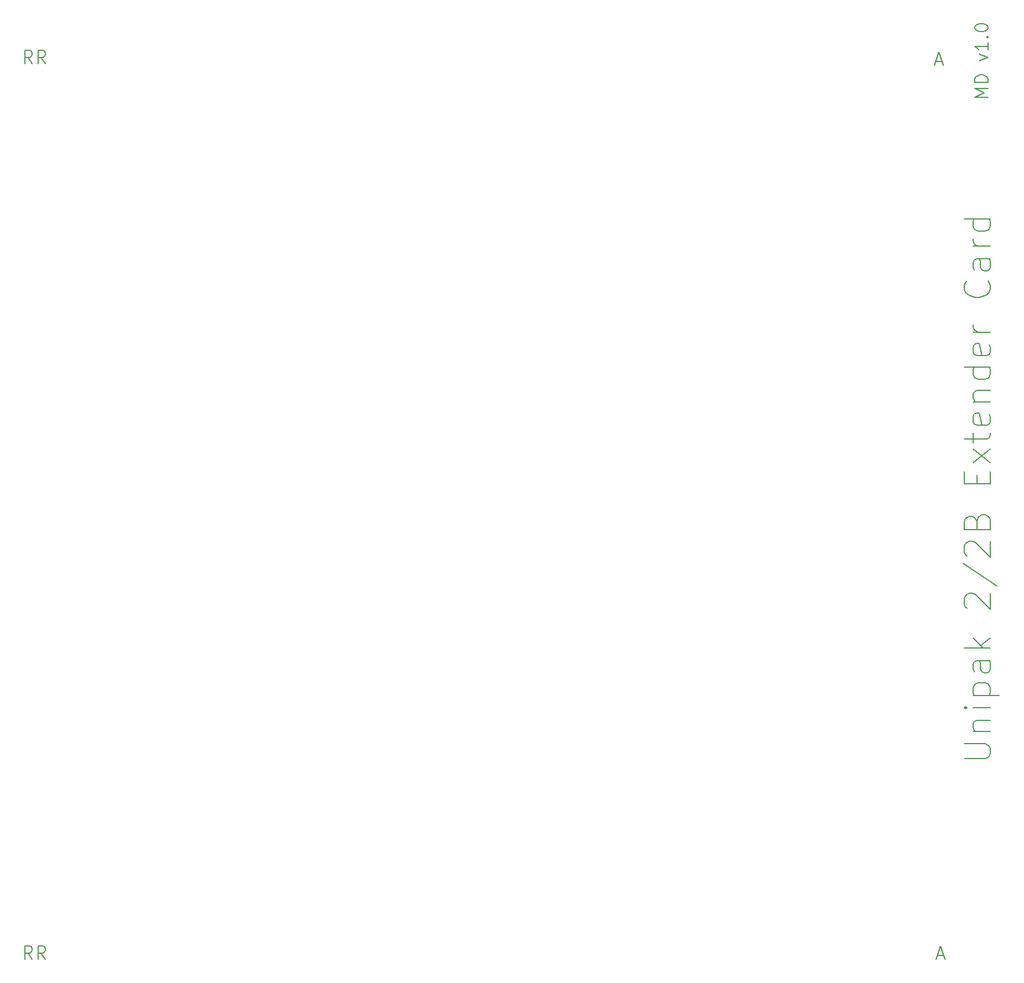
<source format=gto>
G04 #@! TF.GenerationSoftware,KiCad,Pcbnew,5.1.12-84ad8e8a86~92~ubuntu20.04.1*
G04 #@! TF.CreationDate,2022-11-16T18:52:32-05:00*
G04 #@! TF.ProjectId,unipak-extender,756e6970-616b-42d6-9578-74656e646572,v1.0*
G04 #@! TF.SameCoordinates,Original*
G04 #@! TF.FileFunction,Legend,Top*
G04 #@! TF.FilePolarity,Positive*
%FSLAX46Y46*%
G04 Gerber Fmt 4.6, Leading zero omitted, Abs format (unit mm)*
G04 Created by KiCad (PCBNEW 5.1.12-84ad8e8a86~92~ubuntu20.04.1) date 2022-11-16 18:52:32*
%MOMM*%
%LPD*%
G01*
G04 APERTURE LIST*
%ADD10C,0.150000*%
%ADD11R,2.350000X8.000000*%
G04 APERTURE END LIST*
D10*
X145415047Y-192674761D02*
X144748380Y-191722380D01*
X144272190Y-192674761D02*
X144272190Y-190674761D01*
X145034095Y-190674761D01*
X145224571Y-190770000D01*
X145319809Y-190865238D01*
X145415047Y-191055714D01*
X145415047Y-191341428D01*
X145319809Y-191531904D01*
X145224571Y-191627142D01*
X145034095Y-191722380D01*
X144272190Y-191722380D01*
X147415047Y-192674761D02*
X146748380Y-191722380D01*
X146272190Y-192674761D02*
X146272190Y-190674761D01*
X147034095Y-190674761D01*
X147224571Y-190770000D01*
X147319809Y-190865238D01*
X147415047Y-191055714D01*
X147415047Y-191341428D01*
X147319809Y-191531904D01*
X147224571Y-191627142D01*
X147034095Y-191722380D01*
X146272190Y-191722380D01*
X284003809Y-192103333D02*
X284956190Y-192103333D01*
X283813333Y-192674761D02*
X284480000Y-190674761D01*
X285146666Y-192674761D01*
X283749809Y-55197333D02*
X284702190Y-55197333D01*
X283559333Y-55768761D02*
X284226000Y-53768761D01*
X284892666Y-55768761D01*
X145415047Y-55514761D02*
X144748380Y-54562380D01*
X144272190Y-55514761D02*
X144272190Y-53514761D01*
X145034095Y-53514761D01*
X145224571Y-53610000D01*
X145319809Y-53705238D01*
X145415047Y-53895714D01*
X145415047Y-54181428D01*
X145319809Y-54371904D01*
X145224571Y-54467142D01*
X145034095Y-54562380D01*
X144272190Y-54562380D01*
X147415047Y-55514761D02*
X146748380Y-54562380D01*
X146272190Y-55514761D02*
X146272190Y-53514761D01*
X147034095Y-53514761D01*
X147224571Y-53610000D01*
X147319809Y-53705238D01*
X147415047Y-53895714D01*
X147415047Y-54181428D01*
X147319809Y-54371904D01*
X147224571Y-54467142D01*
X147034095Y-54562380D01*
X146272190Y-54562380D01*
X291734761Y-60689428D02*
X289734761Y-60689428D01*
X291163333Y-60022761D01*
X289734761Y-59356095D01*
X291734761Y-59356095D01*
X291734761Y-58403714D02*
X289734761Y-58403714D01*
X289734761Y-57927523D01*
X289830000Y-57641809D01*
X290020476Y-57451333D01*
X290210952Y-57356095D01*
X290591904Y-57260857D01*
X290877619Y-57260857D01*
X291258571Y-57356095D01*
X291449047Y-57451333D01*
X291639523Y-57641809D01*
X291734761Y-57927523D01*
X291734761Y-58403714D01*
X290401428Y-55070380D02*
X291734761Y-54594190D01*
X290401428Y-54118000D01*
X291734761Y-52308476D02*
X291734761Y-53451333D01*
X291734761Y-52879904D02*
X289734761Y-52879904D01*
X290020476Y-53070380D01*
X290210952Y-53260857D01*
X290306190Y-53451333D01*
X291544285Y-51451333D02*
X291639523Y-51356095D01*
X291734761Y-51451333D01*
X291639523Y-51546571D01*
X291544285Y-51451333D01*
X291734761Y-51451333D01*
X289734761Y-50118000D02*
X289734761Y-49927523D01*
X289830000Y-49737047D01*
X289925238Y-49641809D01*
X290115714Y-49546571D01*
X290496666Y-49451333D01*
X290972857Y-49451333D01*
X291353809Y-49546571D01*
X291544285Y-49641809D01*
X291639523Y-49737047D01*
X291734761Y-49927523D01*
X291734761Y-50118000D01*
X291639523Y-50308476D01*
X291544285Y-50403714D01*
X291353809Y-50498952D01*
X290972857Y-50594190D01*
X290496666Y-50594190D01*
X290115714Y-50498952D01*
X289925238Y-50403714D01*
X289830000Y-50308476D01*
X289734761Y-50118000D01*
X288131523Y-161983333D02*
X291369619Y-161983333D01*
X291750571Y-161792857D01*
X291941047Y-161602380D01*
X292131523Y-161221428D01*
X292131523Y-160459523D01*
X291941047Y-160078571D01*
X291750571Y-159888095D01*
X291369619Y-159697619D01*
X288131523Y-159697619D01*
X289464857Y-157792857D02*
X292131523Y-157792857D01*
X289845809Y-157792857D02*
X289655333Y-157602380D01*
X289464857Y-157221428D01*
X289464857Y-156650000D01*
X289655333Y-156269047D01*
X290036285Y-156078571D01*
X292131523Y-156078571D01*
X292131523Y-154173809D02*
X289464857Y-154173809D01*
X288131523Y-154173809D02*
X288322000Y-154364285D01*
X288512476Y-154173809D01*
X288322000Y-153983333D01*
X288131523Y-154173809D01*
X288512476Y-154173809D01*
X289464857Y-152269047D02*
X293464857Y-152269047D01*
X289655333Y-152269047D02*
X289464857Y-151888095D01*
X289464857Y-151126190D01*
X289655333Y-150745238D01*
X289845809Y-150554761D01*
X290226761Y-150364285D01*
X291369619Y-150364285D01*
X291750571Y-150554761D01*
X291941047Y-150745238D01*
X292131523Y-151126190D01*
X292131523Y-151888095D01*
X291941047Y-152269047D01*
X292131523Y-146935714D02*
X290036285Y-146935714D01*
X289655333Y-147126190D01*
X289464857Y-147507142D01*
X289464857Y-148269047D01*
X289655333Y-148650000D01*
X291941047Y-146935714D02*
X292131523Y-147316666D01*
X292131523Y-148269047D01*
X291941047Y-148650000D01*
X291560095Y-148840476D01*
X291179142Y-148840476D01*
X290798190Y-148650000D01*
X290607714Y-148269047D01*
X290607714Y-147316666D01*
X290417238Y-146935714D01*
X292131523Y-145030952D02*
X288131523Y-145030952D01*
X290607714Y-144650000D02*
X292131523Y-143507142D01*
X289464857Y-143507142D02*
X290988666Y-145030952D01*
X288512476Y-138935714D02*
X288322000Y-138745238D01*
X288131523Y-138364285D01*
X288131523Y-137411904D01*
X288322000Y-137030952D01*
X288512476Y-136840476D01*
X288893428Y-136650000D01*
X289274380Y-136650000D01*
X289845809Y-136840476D01*
X292131523Y-139126190D01*
X292131523Y-136650000D01*
X287941047Y-132078571D02*
X293083904Y-135507142D01*
X288512476Y-130935714D02*
X288322000Y-130745238D01*
X288131523Y-130364285D01*
X288131523Y-129411904D01*
X288322000Y-129030952D01*
X288512476Y-128840476D01*
X288893428Y-128650000D01*
X289274380Y-128650000D01*
X289845809Y-128840476D01*
X292131523Y-131126190D01*
X292131523Y-128650000D01*
X290036285Y-125602380D02*
X290226761Y-125030952D01*
X290417238Y-124840476D01*
X290798190Y-124650000D01*
X291369619Y-124650000D01*
X291750571Y-124840476D01*
X291941047Y-125030952D01*
X292131523Y-125411904D01*
X292131523Y-126935714D01*
X288131523Y-126935714D01*
X288131523Y-125602380D01*
X288322000Y-125221428D01*
X288512476Y-125030952D01*
X288893428Y-124840476D01*
X289274380Y-124840476D01*
X289655333Y-125030952D01*
X289845809Y-125221428D01*
X290036285Y-125602380D01*
X290036285Y-126935714D01*
X290036285Y-119888095D02*
X290036285Y-118554761D01*
X292131523Y-117983333D02*
X292131523Y-119888095D01*
X288131523Y-119888095D01*
X288131523Y-117983333D01*
X292131523Y-116650000D02*
X289464857Y-114554761D01*
X289464857Y-116650000D02*
X292131523Y-114554761D01*
X289464857Y-113602380D02*
X289464857Y-112078571D01*
X288131523Y-113030952D02*
X291560095Y-113030952D01*
X291941047Y-112840476D01*
X292131523Y-112459523D01*
X292131523Y-112078571D01*
X291941047Y-109221428D02*
X292131523Y-109602380D01*
X292131523Y-110364285D01*
X291941047Y-110745238D01*
X291560095Y-110935714D01*
X290036285Y-110935714D01*
X289655333Y-110745238D01*
X289464857Y-110364285D01*
X289464857Y-109602380D01*
X289655333Y-109221428D01*
X290036285Y-109030952D01*
X290417238Y-109030952D01*
X290798190Y-110935714D01*
X289464857Y-107316666D02*
X292131523Y-107316666D01*
X289845809Y-107316666D02*
X289655333Y-107126190D01*
X289464857Y-106745238D01*
X289464857Y-106173809D01*
X289655333Y-105792857D01*
X290036285Y-105602380D01*
X292131523Y-105602380D01*
X292131523Y-101983333D02*
X288131523Y-101983333D01*
X291941047Y-101983333D02*
X292131523Y-102364285D01*
X292131523Y-103126190D01*
X291941047Y-103507142D01*
X291750571Y-103697619D01*
X291369619Y-103888095D01*
X290226761Y-103888095D01*
X289845809Y-103697619D01*
X289655333Y-103507142D01*
X289464857Y-103126190D01*
X289464857Y-102364285D01*
X289655333Y-101983333D01*
X291941047Y-98554761D02*
X292131523Y-98935714D01*
X292131523Y-99697619D01*
X291941047Y-100078571D01*
X291560095Y-100269047D01*
X290036285Y-100269047D01*
X289655333Y-100078571D01*
X289464857Y-99697619D01*
X289464857Y-98935714D01*
X289655333Y-98554761D01*
X290036285Y-98364285D01*
X290417238Y-98364285D01*
X290798190Y-100269047D01*
X292131523Y-96650000D02*
X289464857Y-96650000D01*
X290226761Y-96650000D02*
X289845809Y-96459523D01*
X289655333Y-96269047D01*
X289464857Y-95888095D01*
X289464857Y-95507142D01*
X291750571Y-88840476D02*
X291941047Y-89030952D01*
X292131523Y-89602380D01*
X292131523Y-89983333D01*
X291941047Y-90554761D01*
X291560095Y-90935714D01*
X291179142Y-91126190D01*
X290417238Y-91316666D01*
X289845809Y-91316666D01*
X289083904Y-91126190D01*
X288702952Y-90935714D01*
X288322000Y-90554761D01*
X288131523Y-89983333D01*
X288131523Y-89602380D01*
X288322000Y-89030952D01*
X288512476Y-88840476D01*
X292131523Y-85411904D02*
X290036285Y-85411904D01*
X289655333Y-85602380D01*
X289464857Y-85983333D01*
X289464857Y-86745238D01*
X289655333Y-87126190D01*
X291941047Y-85411904D02*
X292131523Y-85792857D01*
X292131523Y-86745238D01*
X291941047Y-87126190D01*
X291560095Y-87316666D01*
X291179142Y-87316666D01*
X290798190Y-87126190D01*
X290607714Y-86745238D01*
X290607714Y-85792857D01*
X290417238Y-85411904D01*
X292131523Y-83507142D02*
X289464857Y-83507142D01*
X290226761Y-83507142D02*
X289845809Y-83316666D01*
X289655333Y-83126190D01*
X289464857Y-82745238D01*
X289464857Y-82364285D01*
X292131523Y-79316666D02*
X288131523Y-79316666D01*
X291941047Y-79316666D02*
X292131523Y-79697619D01*
X292131523Y-80459523D01*
X291941047Y-80840476D01*
X291750571Y-81030952D01*
X291369619Y-81221428D01*
X290226761Y-81221428D01*
X289845809Y-81030952D01*
X289655333Y-80840476D01*
X289464857Y-80459523D01*
X289464857Y-79697619D01*
X289655333Y-79316666D01*
%LPC*%
D11*
X280520000Y-47294000D03*
X284480000Y-47294000D03*
X256760000Y-47294000D03*
X264680000Y-47294000D03*
X276560000Y-47294000D03*
X272600000Y-47294000D03*
X268640000Y-47294000D03*
X260720000Y-47294000D03*
X169640000Y-47294000D03*
X145880000Y-47294000D03*
X149840000Y-47294000D03*
X153800000Y-47294000D03*
X157760000Y-47294000D03*
X161720000Y-47294000D03*
X165680000Y-47294000D03*
X173600000Y-47294000D03*
X177560000Y-47294000D03*
X181520000Y-47294000D03*
X185480000Y-47294000D03*
X189440000Y-47294000D03*
X193400000Y-47294000D03*
X197360000Y-47294000D03*
X201320000Y-47294000D03*
X205280000Y-47294000D03*
X209240000Y-47294000D03*
X213200000Y-47294000D03*
X217160000Y-47294000D03*
X221120000Y-47294000D03*
X225080000Y-47294000D03*
X229040000Y-47294000D03*
X233000000Y-47294000D03*
X236960000Y-47294000D03*
X240920000Y-47294000D03*
X244880000Y-47294000D03*
X248840000Y-47294000D03*
X252800000Y-47294000D03*
X149840000Y-198882000D03*
X145880000Y-198882000D03*
X173600000Y-198882000D03*
X165680000Y-198882000D03*
X153800000Y-198882000D03*
X157760000Y-198882000D03*
X161720000Y-198882000D03*
X169640000Y-198882000D03*
X260720000Y-198882000D03*
X284480000Y-198882000D03*
X280520000Y-198882000D03*
X276560000Y-198882000D03*
X272600000Y-198882000D03*
X268640000Y-198882000D03*
X264680000Y-198882000D03*
X256760000Y-198882000D03*
X252800000Y-198882000D03*
X248840000Y-198882000D03*
X244880000Y-198882000D03*
X240920000Y-198882000D03*
X236960000Y-198882000D03*
X233000000Y-198882000D03*
X229040000Y-198882000D03*
X225080000Y-198882000D03*
X221120000Y-198882000D03*
X217160000Y-198882000D03*
X213200000Y-198882000D03*
X209240000Y-198882000D03*
X205280000Y-198882000D03*
X201320000Y-198882000D03*
X197360000Y-198882000D03*
X193400000Y-198882000D03*
X189440000Y-198882000D03*
X185480000Y-198882000D03*
X181520000Y-198882000D03*
X177560000Y-198882000D03*
M02*

</source>
